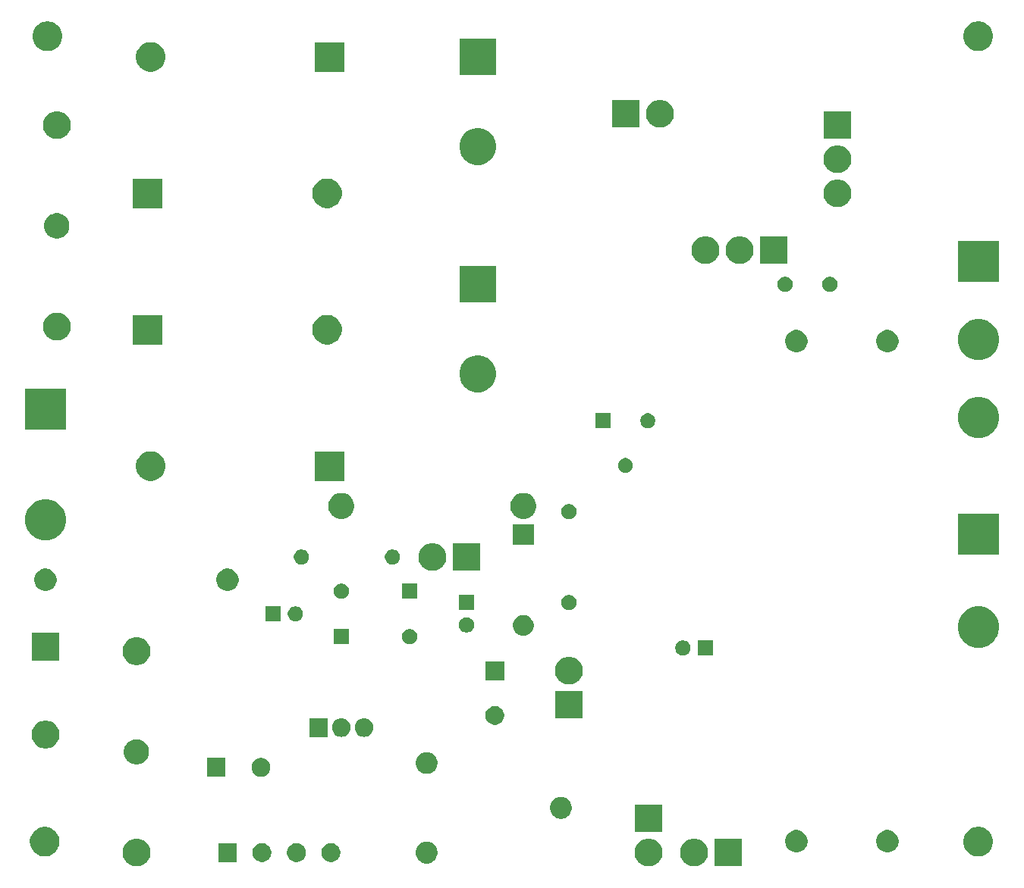
<source format=gbr>
G04 #@! TF.GenerationSoftware,KiCad,Pcbnew,(5.1.5)-3*
G04 #@! TF.CreationDate,2020-10-16T18:01:36+02:00*
G04 #@! TF.ProjectId,Laboratorn_ zdroj,4c61626f-7261-4746-9f72-6eed207a6472,rev?*
G04 #@! TF.SameCoordinates,Original*
G04 #@! TF.FileFunction,Soldermask,Bot*
G04 #@! TF.FilePolarity,Negative*
%FSLAX46Y46*%
G04 Gerber Fmt 4.6, Leading zero omitted, Abs format (unit mm)*
G04 Created by KiCad (PCBNEW (5.1.5)-3) date 2020-10-16 18:01:36*
%MOMM*%
%LPD*%
G04 APERTURE LIST*
%ADD10C,0.100000*%
G04 APERTURE END LIST*
D10*
G36*
X99362585Y-138178802D02*
G01*
X99512410Y-138208604D01*
X99794674Y-138325521D01*
X100048705Y-138495259D01*
X100264741Y-138711295D01*
X100434479Y-138965326D01*
X100551396Y-139247590D01*
X100611000Y-139547240D01*
X100611000Y-139852760D01*
X100551396Y-140152410D01*
X100434479Y-140434674D01*
X100264741Y-140688705D01*
X100048705Y-140904741D01*
X99794674Y-141074479D01*
X99512410Y-141191396D01*
X99362585Y-141221198D01*
X99212761Y-141251000D01*
X98907239Y-141251000D01*
X98757415Y-141221198D01*
X98607590Y-141191396D01*
X98325326Y-141074479D01*
X98071295Y-140904741D01*
X97855259Y-140688705D01*
X97685521Y-140434674D01*
X97568604Y-140152410D01*
X97509000Y-139852760D01*
X97509000Y-139547240D01*
X97568604Y-139247590D01*
X97685521Y-138965326D01*
X97855259Y-138711295D01*
X98071295Y-138495259D01*
X98325326Y-138325521D01*
X98607590Y-138208604D01*
X98757415Y-138178802D01*
X98907239Y-138149000D01*
X99212761Y-138149000D01*
X99362585Y-138178802D01*
G37*
G36*
X166650870Y-141250870D02*
G01*
X163549130Y-141250870D01*
X163549130Y-138149130D01*
X166650870Y-138149130D01*
X166650870Y-141250870D01*
G37*
G36*
X161642497Y-138188863D02*
G01*
X161742372Y-138208729D01*
X161859279Y-138257154D01*
X162024611Y-138325636D01*
X162278621Y-138495360D01*
X162494640Y-138711379D01*
X162664364Y-138965389D01*
X162729085Y-139121640D01*
X162781256Y-139247591D01*
X162781271Y-139247629D01*
X162840870Y-139547251D01*
X162840870Y-139852749D01*
X162822898Y-139943098D01*
X162781271Y-140152372D01*
X162732846Y-140269279D01*
X162664364Y-140434611D01*
X162494640Y-140688621D01*
X162278621Y-140904640D01*
X162024611Y-141074364D01*
X161859279Y-141142846D01*
X161742372Y-141191271D01*
X161642497Y-141211137D01*
X161442749Y-141250870D01*
X161137251Y-141250870D01*
X160937503Y-141211137D01*
X160837628Y-141191271D01*
X160720721Y-141142846D01*
X160555389Y-141074364D01*
X160301379Y-140904640D01*
X160085360Y-140688621D01*
X159915636Y-140434611D01*
X159847154Y-140269279D01*
X159798729Y-140152372D01*
X159757102Y-139943098D01*
X159739130Y-139852749D01*
X159739130Y-139547251D01*
X159798729Y-139247629D01*
X159798745Y-139247591D01*
X159850915Y-139121640D01*
X159915636Y-138965389D01*
X160085360Y-138711379D01*
X160301379Y-138495360D01*
X160555389Y-138325636D01*
X160720721Y-138257154D01*
X160837628Y-138208729D01*
X160937503Y-138188863D01*
X161137251Y-138149130D01*
X161442749Y-138149130D01*
X161642497Y-138188863D01*
G37*
G36*
X156562497Y-138188863D02*
G01*
X156662372Y-138208729D01*
X156779279Y-138257154D01*
X156944611Y-138325636D01*
X157198621Y-138495360D01*
X157414640Y-138711379D01*
X157584364Y-138965389D01*
X157649085Y-139121640D01*
X157701256Y-139247591D01*
X157701271Y-139247629D01*
X157760870Y-139547251D01*
X157760870Y-139852749D01*
X157742898Y-139943098D01*
X157701271Y-140152372D01*
X157652846Y-140269279D01*
X157584364Y-140434611D01*
X157414640Y-140688621D01*
X157198621Y-140904640D01*
X156944611Y-141074364D01*
X156779279Y-141142846D01*
X156662372Y-141191271D01*
X156562497Y-141211137D01*
X156362749Y-141250870D01*
X156057251Y-141250870D01*
X155857503Y-141211137D01*
X155757628Y-141191271D01*
X155640721Y-141142846D01*
X155475389Y-141074364D01*
X155221379Y-140904640D01*
X155005360Y-140688621D01*
X154835636Y-140434611D01*
X154767154Y-140269279D01*
X154718729Y-140152372D01*
X154677102Y-139943098D01*
X154659130Y-139852749D01*
X154659130Y-139547251D01*
X154718729Y-139247629D01*
X154718745Y-139247591D01*
X154770915Y-139121640D01*
X154835636Y-138965389D01*
X155005360Y-138711379D01*
X155221379Y-138495360D01*
X155475389Y-138325636D01*
X155640721Y-138257154D01*
X155757628Y-138208729D01*
X155857503Y-138188863D01*
X156057251Y-138149130D01*
X156362749Y-138149130D01*
X156562497Y-138188863D01*
G37*
G36*
X131647506Y-138495360D02*
G01*
X131801153Y-138525922D01*
X131867041Y-138553214D01*
X132023359Y-138617963D01*
X132223342Y-138751587D01*
X132393413Y-138921658D01*
X132527037Y-139121641D01*
X132560391Y-139202165D01*
X132619078Y-139343847D01*
X132666000Y-139579742D01*
X132666000Y-139820258D01*
X132628942Y-140006565D01*
X132619078Y-140056152D01*
X132527037Y-140278359D01*
X132393413Y-140478342D01*
X132223342Y-140648413D01*
X132023359Y-140782037D01*
X131893194Y-140835953D01*
X131801153Y-140874078D01*
X131565259Y-140921000D01*
X131324741Y-140921000D01*
X131088847Y-140874078D01*
X130996806Y-140835953D01*
X130866641Y-140782037D01*
X130666658Y-140648413D01*
X130496587Y-140478342D01*
X130362963Y-140278359D01*
X130270922Y-140056152D01*
X130261059Y-140006565D01*
X130224000Y-139820258D01*
X130224000Y-139579742D01*
X130270922Y-139343847D01*
X130329609Y-139202165D01*
X130362963Y-139121641D01*
X130496587Y-138921658D01*
X130666658Y-138751587D01*
X130866641Y-138617963D01*
X131022959Y-138553214D01*
X131088847Y-138525922D01*
X131242494Y-138495360D01*
X131324741Y-138479000D01*
X131565259Y-138479000D01*
X131647506Y-138495360D01*
G37*
G36*
X117226564Y-138689389D02*
G01*
X117417833Y-138768615D01*
X117417835Y-138768616D01*
X117589973Y-138883635D01*
X117736365Y-139030027D01*
X117797580Y-139121641D01*
X117851385Y-139202167D01*
X117930611Y-139393436D01*
X117971000Y-139596484D01*
X117971000Y-139803516D01*
X117930611Y-140006564D01*
X117870200Y-140152409D01*
X117851384Y-140197835D01*
X117736365Y-140369973D01*
X117589973Y-140516365D01*
X117417835Y-140631384D01*
X117417834Y-140631385D01*
X117417833Y-140631385D01*
X117226564Y-140710611D01*
X117023516Y-140751000D01*
X116816484Y-140751000D01*
X116613436Y-140710611D01*
X116422167Y-140631385D01*
X116422166Y-140631385D01*
X116422165Y-140631384D01*
X116250027Y-140516365D01*
X116103635Y-140369973D01*
X115988616Y-140197835D01*
X115969800Y-140152409D01*
X115909389Y-140006564D01*
X115869000Y-139803516D01*
X115869000Y-139596484D01*
X115909389Y-139393436D01*
X115988615Y-139202167D01*
X116042421Y-139121641D01*
X116103635Y-139030027D01*
X116250027Y-138883635D01*
X116422165Y-138768616D01*
X116422167Y-138768615D01*
X116613436Y-138689389D01*
X116816484Y-138649000D01*
X117023516Y-138649000D01*
X117226564Y-138689389D01*
G37*
G36*
X113376564Y-138689389D02*
G01*
X113567833Y-138768615D01*
X113567835Y-138768616D01*
X113739973Y-138883635D01*
X113886365Y-139030027D01*
X113947580Y-139121641D01*
X114001385Y-139202167D01*
X114080611Y-139393436D01*
X114121000Y-139596484D01*
X114121000Y-139803516D01*
X114080611Y-140006564D01*
X114020200Y-140152409D01*
X114001384Y-140197835D01*
X113886365Y-140369973D01*
X113739973Y-140516365D01*
X113567835Y-140631384D01*
X113567834Y-140631385D01*
X113567833Y-140631385D01*
X113376564Y-140710611D01*
X113173516Y-140751000D01*
X112966484Y-140751000D01*
X112763436Y-140710611D01*
X112572167Y-140631385D01*
X112572166Y-140631385D01*
X112572165Y-140631384D01*
X112400027Y-140516365D01*
X112253635Y-140369973D01*
X112138616Y-140197835D01*
X112119800Y-140152409D01*
X112059389Y-140006564D01*
X112019000Y-139803516D01*
X112019000Y-139596484D01*
X112059389Y-139393436D01*
X112138615Y-139202167D01*
X112192421Y-139121641D01*
X112253635Y-139030027D01*
X112400027Y-138883635D01*
X112572165Y-138768616D01*
X112572167Y-138768615D01*
X112763436Y-138689389D01*
X112966484Y-138649000D01*
X113173516Y-138649000D01*
X113376564Y-138689389D01*
G37*
G36*
X110271000Y-140751000D02*
G01*
X108169000Y-140751000D01*
X108169000Y-138649000D01*
X110271000Y-138649000D01*
X110271000Y-140751000D01*
G37*
G36*
X121076564Y-138689389D02*
G01*
X121267833Y-138768615D01*
X121267835Y-138768616D01*
X121439973Y-138883635D01*
X121586365Y-139030027D01*
X121647580Y-139121641D01*
X121701385Y-139202167D01*
X121780611Y-139393436D01*
X121821000Y-139596484D01*
X121821000Y-139803516D01*
X121780611Y-140006564D01*
X121720200Y-140152409D01*
X121701384Y-140197835D01*
X121586365Y-140369973D01*
X121439973Y-140516365D01*
X121267835Y-140631384D01*
X121267834Y-140631385D01*
X121267833Y-140631385D01*
X121076564Y-140710611D01*
X120873516Y-140751000D01*
X120666484Y-140751000D01*
X120463436Y-140710611D01*
X120272167Y-140631385D01*
X120272166Y-140631385D01*
X120272165Y-140631384D01*
X120100027Y-140516365D01*
X119953635Y-140369973D01*
X119838616Y-140197835D01*
X119819800Y-140152409D01*
X119759389Y-140006564D01*
X119719000Y-139803516D01*
X119719000Y-139596484D01*
X119759389Y-139393436D01*
X119838615Y-139202167D01*
X119892421Y-139121641D01*
X119953635Y-139030027D01*
X120100027Y-138883635D01*
X120272165Y-138768616D01*
X120272167Y-138768615D01*
X120463436Y-138689389D01*
X120666484Y-138649000D01*
X120873516Y-138649000D01*
X121076564Y-138689389D01*
G37*
G36*
X193395256Y-136871298D02*
G01*
X193501579Y-136892447D01*
X193802042Y-137016903D01*
X194072451Y-137197585D01*
X194302415Y-137427549D01*
X194322952Y-137458285D01*
X194483098Y-137697960D01*
X194607553Y-137998422D01*
X194671000Y-138317389D01*
X194671000Y-138642611D01*
X194657321Y-138711378D01*
X194607553Y-138961579D01*
X194582290Y-139022569D01*
X194489068Y-139247628D01*
X194483097Y-139262042D01*
X194302415Y-139532451D01*
X194072451Y-139762415D01*
X193802042Y-139943097D01*
X193501579Y-140067553D01*
X193395256Y-140088702D01*
X193182611Y-140131000D01*
X192857389Y-140131000D01*
X192644744Y-140088702D01*
X192538421Y-140067553D01*
X192237958Y-139943097D01*
X191967549Y-139762415D01*
X191737585Y-139532451D01*
X191556903Y-139262042D01*
X191550933Y-139247628D01*
X191457710Y-139022569D01*
X191432447Y-138961579D01*
X191382679Y-138711378D01*
X191369000Y-138642611D01*
X191369000Y-138317389D01*
X191432447Y-137998422D01*
X191556902Y-137697960D01*
X191717048Y-137458285D01*
X191737585Y-137427549D01*
X191967549Y-137197585D01*
X192237958Y-137016903D01*
X192538421Y-136892447D01*
X192644744Y-136871298D01*
X192857389Y-136829000D01*
X193182611Y-136829000D01*
X193395256Y-136871298D01*
G37*
G36*
X89195256Y-136871298D02*
G01*
X89301579Y-136892447D01*
X89602042Y-137016903D01*
X89872451Y-137197585D01*
X90102415Y-137427549D01*
X90122952Y-137458285D01*
X90283098Y-137697960D01*
X90407553Y-137998422D01*
X90471000Y-138317389D01*
X90471000Y-138642611D01*
X90457321Y-138711378D01*
X90407553Y-138961579D01*
X90382290Y-139022569D01*
X90289068Y-139247628D01*
X90283097Y-139262042D01*
X90102415Y-139532451D01*
X89872451Y-139762415D01*
X89602042Y-139943097D01*
X89301579Y-140067553D01*
X89195256Y-140088702D01*
X88982611Y-140131000D01*
X88657389Y-140131000D01*
X88444744Y-140088702D01*
X88338421Y-140067553D01*
X88037958Y-139943097D01*
X87767549Y-139762415D01*
X87537585Y-139532451D01*
X87356903Y-139262042D01*
X87350933Y-139247628D01*
X87257710Y-139022569D01*
X87232447Y-138961579D01*
X87182679Y-138711378D01*
X87169000Y-138642611D01*
X87169000Y-138317389D01*
X87232447Y-137998422D01*
X87356902Y-137697960D01*
X87517048Y-137458285D01*
X87537585Y-137427549D01*
X87767549Y-137197585D01*
X88037958Y-137016903D01*
X88338421Y-136892447D01*
X88444744Y-136871298D01*
X88657389Y-136829000D01*
X88982611Y-136829000D01*
X89195256Y-136871298D01*
G37*
G36*
X183244903Y-137227075D02*
G01*
X183472571Y-137321378D01*
X183677466Y-137458285D01*
X183851715Y-137632534D01*
X183851716Y-137632536D01*
X183988623Y-137837431D01*
X184082925Y-138065097D01*
X184131000Y-138306786D01*
X184131000Y-138553214D01*
X184082925Y-138794903D01*
X184030422Y-138921658D01*
X183988622Y-139022571D01*
X183851715Y-139227466D01*
X183677466Y-139401715D01*
X183472571Y-139538622D01*
X183472570Y-139538623D01*
X183472569Y-139538623D01*
X183244903Y-139632925D01*
X183003214Y-139681000D01*
X182756786Y-139681000D01*
X182515097Y-139632925D01*
X182287431Y-139538623D01*
X182287430Y-139538623D01*
X182287429Y-139538622D01*
X182082534Y-139401715D01*
X181908285Y-139227466D01*
X181771378Y-139022571D01*
X181729579Y-138921658D01*
X181677075Y-138794903D01*
X181629000Y-138553214D01*
X181629000Y-138306786D01*
X181677075Y-138065097D01*
X181771377Y-137837431D01*
X181908284Y-137632536D01*
X181908285Y-137632534D01*
X182082534Y-137458285D01*
X182287429Y-137321378D01*
X182515097Y-137227075D01*
X182756786Y-137179000D01*
X183003214Y-137179000D01*
X183244903Y-137227075D01*
G37*
G36*
X173084903Y-137227075D02*
G01*
X173312571Y-137321378D01*
X173517466Y-137458285D01*
X173691715Y-137632534D01*
X173691716Y-137632536D01*
X173828623Y-137837431D01*
X173922925Y-138065097D01*
X173971000Y-138306786D01*
X173971000Y-138553214D01*
X173922925Y-138794903D01*
X173870422Y-138921658D01*
X173828622Y-139022571D01*
X173691715Y-139227466D01*
X173517466Y-139401715D01*
X173312571Y-139538622D01*
X173312570Y-139538623D01*
X173312569Y-139538623D01*
X173084903Y-139632925D01*
X172843214Y-139681000D01*
X172596786Y-139681000D01*
X172355097Y-139632925D01*
X172127431Y-139538623D01*
X172127430Y-139538623D01*
X172127429Y-139538622D01*
X171922534Y-139401715D01*
X171748285Y-139227466D01*
X171611378Y-139022571D01*
X171569579Y-138921658D01*
X171517075Y-138794903D01*
X171469000Y-138553214D01*
X171469000Y-138306786D01*
X171517075Y-138065097D01*
X171611377Y-137837431D01*
X171748284Y-137632536D01*
X171748285Y-137632534D01*
X171922534Y-137458285D01*
X172127429Y-137321378D01*
X172355097Y-137227075D01*
X172596786Y-137179000D01*
X172843214Y-137179000D01*
X173084903Y-137227075D01*
G37*
G36*
X157760870Y-137440870D02*
G01*
X154659130Y-137440870D01*
X154659130Y-134339130D01*
X157760870Y-134339130D01*
X157760870Y-137440870D01*
G37*
G36*
X146801153Y-133525922D02*
G01*
X146893194Y-133564047D01*
X147023359Y-133617963D01*
X147223342Y-133751587D01*
X147393413Y-133921658D01*
X147527037Y-134121641D01*
X147619078Y-134343848D01*
X147666000Y-134579741D01*
X147666000Y-134820259D01*
X147619078Y-135056152D01*
X147527037Y-135278359D01*
X147393413Y-135478342D01*
X147223342Y-135648413D01*
X147023359Y-135782037D01*
X146893194Y-135835953D01*
X146801153Y-135874078D01*
X146683205Y-135897539D01*
X146565259Y-135921000D01*
X146324741Y-135921000D01*
X146206795Y-135897539D01*
X146088847Y-135874078D01*
X145996806Y-135835953D01*
X145866641Y-135782037D01*
X145666658Y-135648413D01*
X145496587Y-135478342D01*
X145362963Y-135278359D01*
X145270922Y-135056152D01*
X145224000Y-134820259D01*
X145224000Y-134579741D01*
X145270922Y-134343848D01*
X145362963Y-134121641D01*
X145496587Y-133921658D01*
X145666658Y-133751587D01*
X145866641Y-133617963D01*
X145996806Y-133564047D01*
X146088847Y-133525922D01*
X146324741Y-133479000D01*
X146565259Y-133479000D01*
X146801153Y-133525922D01*
G37*
G36*
X109001000Y-131226000D02*
G01*
X106899000Y-131226000D01*
X106899000Y-129124000D01*
X109001000Y-129124000D01*
X109001000Y-131226000D01*
G37*
G36*
X113256564Y-129164389D02*
G01*
X113447833Y-129243615D01*
X113447835Y-129243616D01*
X113596701Y-129343085D01*
X113619973Y-129358635D01*
X113766365Y-129505027D01*
X113881385Y-129677167D01*
X113960611Y-129868436D01*
X114001000Y-130071484D01*
X114001000Y-130278516D01*
X113960611Y-130481564D01*
X113891500Y-130648413D01*
X113881384Y-130672835D01*
X113766365Y-130844973D01*
X113619973Y-130991365D01*
X113447835Y-131106384D01*
X113447834Y-131106385D01*
X113447833Y-131106385D01*
X113256564Y-131185611D01*
X113053516Y-131226000D01*
X112846484Y-131226000D01*
X112643436Y-131185611D01*
X112452167Y-131106385D01*
X112452166Y-131106385D01*
X112452165Y-131106384D01*
X112280027Y-130991365D01*
X112133635Y-130844973D01*
X112018616Y-130672835D01*
X112008500Y-130648413D01*
X111939389Y-130481564D01*
X111899000Y-130278516D01*
X111899000Y-130071484D01*
X111939389Y-129868436D01*
X112018615Y-129677167D01*
X112133635Y-129505027D01*
X112280027Y-129358635D01*
X112303299Y-129343085D01*
X112452165Y-129243616D01*
X112452167Y-129243615D01*
X112643436Y-129164389D01*
X112846484Y-129124000D01*
X113053516Y-129124000D01*
X113256564Y-129164389D01*
G37*
G36*
X131683205Y-128502461D02*
G01*
X131801153Y-128525922D01*
X131893194Y-128564047D01*
X132023359Y-128617963D01*
X132223342Y-128751587D01*
X132393413Y-128921658D01*
X132527037Y-129121641D01*
X132544744Y-129164390D01*
X132618763Y-129343086D01*
X132619078Y-129343848D01*
X132657743Y-129538228D01*
X132666000Y-129579742D01*
X132666000Y-129820258D01*
X132619078Y-130056153D01*
X132580953Y-130148194D01*
X132527037Y-130278359D01*
X132393413Y-130478342D01*
X132223342Y-130648413D01*
X132023359Y-130782037D01*
X131893194Y-130835953D01*
X131801153Y-130874078D01*
X131565259Y-130921000D01*
X131324741Y-130921000D01*
X131088847Y-130874078D01*
X130996806Y-130835953D01*
X130866641Y-130782037D01*
X130666658Y-130648413D01*
X130496587Y-130478342D01*
X130362963Y-130278359D01*
X130309047Y-130148194D01*
X130270922Y-130056153D01*
X130224000Y-129820258D01*
X130224000Y-129579742D01*
X130232258Y-129538228D01*
X130270922Y-129343848D01*
X130271238Y-129343086D01*
X130345256Y-129164390D01*
X130362963Y-129121641D01*
X130496587Y-128921658D01*
X130666658Y-128751587D01*
X130866641Y-128617963D01*
X130996806Y-128564047D01*
X131088847Y-128525922D01*
X131206795Y-128502461D01*
X131324741Y-128479000D01*
X131565259Y-128479000D01*
X131683205Y-128502461D01*
G37*
G36*
X99378433Y-127084893D02*
G01*
X99468657Y-127102839D01*
X99574267Y-127146585D01*
X99723621Y-127208449D01*
X99723622Y-127208450D01*
X99953086Y-127361772D01*
X100148228Y-127556914D01*
X100250675Y-127710237D01*
X100301551Y-127786379D01*
X100407161Y-128041344D01*
X100461000Y-128312012D01*
X100461000Y-128587988D01*
X100407161Y-128858656D01*
X100301551Y-129113621D01*
X100301550Y-129113622D01*
X100148228Y-129343086D01*
X99953086Y-129538228D01*
X99799763Y-129640675D01*
X99723621Y-129691551D01*
X99574267Y-129753415D01*
X99468657Y-129797161D01*
X99378433Y-129815107D01*
X99197988Y-129851000D01*
X98922012Y-129851000D01*
X98741567Y-129815107D01*
X98651343Y-129797161D01*
X98545733Y-129753415D01*
X98396379Y-129691551D01*
X98320237Y-129640675D01*
X98166914Y-129538228D01*
X97971772Y-129343086D01*
X97818450Y-129113622D01*
X97818449Y-129113621D01*
X97712839Y-128858656D01*
X97659000Y-128587988D01*
X97659000Y-128312012D01*
X97712839Y-128041344D01*
X97818449Y-127786379D01*
X97869325Y-127710237D01*
X97971772Y-127556914D01*
X98166914Y-127361772D01*
X98396378Y-127208450D01*
X98396379Y-127208449D01*
X98545733Y-127146585D01*
X98651343Y-127102839D01*
X98741567Y-127084893D01*
X98922012Y-127049000D01*
X99197988Y-127049000D01*
X99378433Y-127084893D01*
G37*
G36*
X89252497Y-125006863D02*
G01*
X89352372Y-125026729D01*
X89469279Y-125075154D01*
X89634611Y-125143636D01*
X89888621Y-125313360D01*
X90104640Y-125529379D01*
X90274364Y-125783389D01*
X90391271Y-126065629D01*
X90450870Y-126365251D01*
X90450870Y-126670749D01*
X90391271Y-126970371D01*
X90274364Y-127252611D01*
X90104640Y-127506621D01*
X89888621Y-127722640D01*
X89634611Y-127892364D01*
X89469279Y-127960846D01*
X89352372Y-128009271D01*
X89252497Y-128029137D01*
X89052749Y-128068870D01*
X88747251Y-128068870D01*
X88547503Y-128029137D01*
X88447628Y-128009271D01*
X88330721Y-127960846D01*
X88165389Y-127892364D01*
X87911379Y-127722640D01*
X87695360Y-127506621D01*
X87525636Y-127252611D01*
X87408729Y-126970371D01*
X87349130Y-126670749D01*
X87349130Y-126365251D01*
X87408729Y-126065629D01*
X87525636Y-125783389D01*
X87695360Y-125529379D01*
X87911379Y-125313360D01*
X88165389Y-125143636D01*
X88330721Y-125075154D01*
X88447628Y-125026729D01*
X88547503Y-125006863D01*
X88747251Y-124967130D01*
X89052749Y-124967130D01*
X89252497Y-125006863D01*
G37*
G36*
X124656719Y-124693520D02*
G01*
X124845880Y-124750901D01*
X124845883Y-124750902D01*
X124938333Y-124800318D01*
X125020212Y-124844083D01*
X125173015Y-124969485D01*
X125298417Y-125122288D01*
X125391599Y-125296619D01*
X125448980Y-125485780D01*
X125463500Y-125633206D01*
X125463500Y-125826793D01*
X125448980Y-125974219D01*
X125421251Y-126065629D01*
X125391598Y-126163383D01*
X125342182Y-126255833D01*
X125298417Y-126337712D01*
X125173015Y-126490515D01*
X125020212Y-126615917D01*
X124845881Y-126709099D01*
X124656720Y-126766480D01*
X124460000Y-126785855D01*
X124263281Y-126766480D01*
X124074120Y-126709099D01*
X123899788Y-126615917D01*
X123746985Y-126490515D01*
X123621583Y-126337712D01*
X123528401Y-126163381D01*
X123471020Y-125974220D01*
X123456500Y-125826794D01*
X123456500Y-125633207D01*
X123471020Y-125485781D01*
X123528401Y-125296620D01*
X123528402Y-125296617D01*
X123610172Y-125143637D01*
X123621583Y-125122288D01*
X123746985Y-124969485D01*
X123899788Y-124844083D01*
X124074119Y-124750901D01*
X124263280Y-124693520D01*
X124460000Y-124674145D01*
X124656719Y-124693520D01*
G37*
G36*
X122116719Y-124693520D02*
G01*
X122305880Y-124750901D01*
X122305883Y-124750902D01*
X122398333Y-124800318D01*
X122480212Y-124844083D01*
X122633015Y-124969485D01*
X122758417Y-125122288D01*
X122851599Y-125296619D01*
X122908980Y-125485780D01*
X122923500Y-125633206D01*
X122923500Y-125826793D01*
X122908980Y-125974219D01*
X122881251Y-126065629D01*
X122851598Y-126163383D01*
X122802182Y-126255833D01*
X122758417Y-126337712D01*
X122633015Y-126490515D01*
X122480212Y-126615917D01*
X122305881Y-126709099D01*
X122116720Y-126766480D01*
X121920000Y-126785855D01*
X121723281Y-126766480D01*
X121534120Y-126709099D01*
X121359788Y-126615917D01*
X121206985Y-126490515D01*
X121081583Y-126337712D01*
X120988401Y-126163381D01*
X120931020Y-125974220D01*
X120916500Y-125826794D01*
X120916500Y-125633207D01*
X120931020Y-125485781D01*
X120988401Y-125296620D01*
X120988402Y-125296617D01*
X121070172Y-125143637D01*
X121081583Y-125122288D01*
X121206985Y-124969485D01*
X121359788Y-124844083D01*
X121534119Y-124750901D01*
X121723280Y-124693520D01*
X121920000Y-124674145D01*
X122116719Y-124693520D01*
G37*
G36*
X120383500Y-126781000D02*
G01*
X118376500Y-126781000D01*
X118376500Y-124679000D01*
X120383500Y-124679000D01*
X120383500Y-126781000D01*
G37*
G36*
X139371564Y-123369389D02*
G01*
X139562833Y-123448615D01*
X139562835Y-123448616D01*
X139734973Y-123563635D01*
X139881365Y-123710027D01*
X139996385Y-123882167D01*
X140075611Y-124073436D01*
X140116000Y-124276484D01*
X140116000Y-124483516D01*
X140075611Y-124686564D01*
X139996385Y-124877833D01*
X139996384Y-124877835D01*
X139881365Y-125049973D01*
X139734973Y-125196365D01*
X139562835Y-125311384D01*
X139562834Y-125311385D01*
X139562833Y-125311385D01*
X139371564Y-125390611D01*
X139168516Y-125431000D01*
X138961484Y-125431000D01*
X138758436Y-125390611D01*
X138567167Y-125311385D01*
X138567166Y-125311385D01*
X138567165Y-125311384D01*
X138395027Y-125196365D01*
X138248635Y-125049973D01*
X138133616Y-124877835D01*
X138133615Y-124877833D01*
X138054389Y-124686564D01*
X138014000Y-124483516D01*
X138014000Y-124276484D01*
X138054389Y-124073436D01*
X138133615Y-123882167D01*
X138248635Y-123710027D01*
X138395027Y-123563635D01*
X138567165Y-123448616D01*
X138567167Y-123448615D01*
X138758436Y-123369389D01*
X138961484Y-123329000D01*
X139168516Y-123329000D01*
X139371564Y-123369389D01*
G37*
G36*
X148870870Y-124740870D02*
G01*
X145769130Y-124740870D01*
X145769130Y-121639130D01*
X148870870Y-121639130D01*
X148870870Y-124740870D01*
G37*
G36*
X147672497Y-117868863D02*
G01*
X147772372Y-117888729D01*
X147883288Y-117934672D01*
X148054611Y-118005636D01*
X148308621Y-118175360D01*
X148524640Y-118391379D01*
X148694364Y-118645389D01*
X148811271Y-118927629D01*
X148870870Y-119227251D01*
X148870870Y-119532749D01*
X148811271Y-119832371D01*
X148694364Y-120114611D01*
X148524640Y-120368621D01*
X148308621Y-120584640D01*
X148054611Y-120754364D01*
X147889279Y-120822846D01*
X147772372Y-120871271D01*
X147672497Y-120891137D01*
X147472749Y-120930870D01*
X147167251Y-120930870D01*
X146967503Y-120891137D01*
X146867628Y-120871271D01*
X146750721Y-120822846D01*
X146585389Y-120754364D01*
X146331379Y-120584640D01*
X146115360Y-120368621D01*
X145945636Y-120114611D01*
X145828729Y-119832371D01*
X145769130Y-119532749D01*
X145769130Y-119227251D01*
X145828729Y-118927629D01*
X145945636Y-118645389D01*
X146115360Y-118391379D01*
X146331379Y-118175360D01*
X146585389Y-118005636D01*
X146756712Y-117934672D01*
X146867628Y-117888729D01*
X146967503Y-117868863D01*
X147167251Y-117829130D01*
X147472749Y-117829130D01*
X147672497Y-117868863D01*
G37*
G36*
X140116000Y-120431000D02*
G01*
X138014000Y-120431000D01*
X138014000Y-118329000D01*
X140116000Y-118329000D01*
X140116000Y-120431000D01*
G37*
G36*
X99362585Y-115678802D02*
G01*
X99512410Y-115708604D01*
X99794674Y-115825521D01*
X100048705Y-115995259D01*
X100264741Y-116211295D01*
X100434479Y-116465326D01*
X100551396Y-116747590D01*
X100560118Y-116791440D01*
X100586450Y-116923816D01*
X100611000Y-117047240D01*
X100611000Y-117352760D01*
X100551396Y-117652410D01*
X100434479Y-117934674D01*
X100264741Y-118188705D01*
X100048705Y-118404741D01*
X99794674Y-118574479D01*
X99512410Y-118691396D01*
X99362585Y-118721198D01*
X99212761Y-118751000D01*
X98907239Y-118751000D01*
X98757415Y-118721198D01*
X98607590Y-118691396D01*
X98325326Y-118574479D01*
X98071295Y-118404741D01*
X97855259Y-118188705D01*
X97685521Y-117934674D01*
X97568604Y-117652410D01*
X97509000Y-117352760D01*
X97509000Y-117047240D01*
X97533551Y-116923816D01*
X97559882Y-116791440D01*
X97568604Y-116747590D01*
X97685521Y-116465326D01*
X97855259Y-116211295D01*
X98071295Y-115995259D01*
X98325326Y-115825521D01*
X98607590Y-115708604D01*
X98757415Y-115678802D01*
X98907239Y-115649000D01*
X99212761Y-115649000D01*
X99362585Y-115678802D01*
G37*
G36*
X90450870Y-118258870D02*
G01*
X87349130Y-118258870D01*
X87349130Y-115157130D01*
X90450870Y-115157130D01*
X90450870Y-118258870D01*
G37*
G36*
X163411000Y-117691000D02*
G01*
X161709000Y-117691000D01*
X161709000Y-115989000D01*
X163411000Y-115989000D01*
X163411000Y-117691000D01*
G37*
G36*
X160308228Y-116021703D02*
G01*
X160463100Y-116085853D01*
X160602481Y-116178985D01*
X160721015Y-116297519D01*
X160814147Y-116436900D01*
X160878297Y-116591772D01*
X160911000Y-116756184D01*
X160911000Y-116923816D01*
X160878297Y-117088228D01*
X160814147Y-117243100D01*
X160721015Y-117382481D01*
X160602481Y-117501015D01*
X160463100Y-117594147D01*
X160308228Y-117658297D01*
X160143816Y-117691000D01*
X159976184Y-117691000D01*
X159811772Y-117658297D01*
X159656900Y-117594147D01*
X159517519Y-117501015D01*
X159398985Y-117382481D01*
X159305853Y-117243100D01*
X159241703Y-117088228D01*
X159209000Y-116923816D01*
X159209000Y-116756184D01*
X159241703Y-116591772D01*
X159305853Y-116436900D01*
X159398985Y-116297519D01*
X159517519Y-116178985D01*
X159656900Y-116085853D01*
X159811772Y-116021703D01*
X159976184Y-115989000D01*
X160143816Y-115989000D01*
X160308228Y-116021703D01*
G37*
G36*
X193711304Y-112277002D02*
G01*
X194058982Y-112421015D01*
X194130141Y-112450490D01*
X194185560Y-112487520D01*
X194507082Y-112702354D01*
X194827646Y-113022918D01*
X195079511Y-113399861D01*
X195252998Y-113818696D01*
X195341440Y-114263327D01*
X195341440Y-114716673D01*
X195252998Y-115161304D01*
X195133002Y-115451000D01*
X195079510Y-115580141D01*
X195030282Y-115653816D01*
X194827646Y-115957082D01*
X194507082Y-116277646D01*
X194341484Y-116388295D01*
X194130141Y-116529510D01*
X194130140Y-116529511D01*
X194130139Y-116529511D01*
X193711304Y-116702998D01*
X193266673Y-116791440D01*
X192813327Y-116791440D01*
X192368696Y-116702998D01*
X191949861Y-116529511D01*
X191949860Y-116529511D01*
X191949859Y-116529510D01*
X191738516Y-116388295D01*
X191572918Y-116277646D01*
X191252354Y-115957082D01*
X191049718Y-115653816D01*
X191000490Y-115580141D01*
X190946998Y-115451000D01*
X190827002Y-115161304D01*
X190738560Y-114716673D01*
X190738560Y-114263327D01*
X190827002Y-113818696D01*
X191000489Y-113399861D01*
X191252354Y-113022918D01*
X191572918Y-112702354D01*
X191894440Y-112487520D01*
X191949859Y-112450490D01*
X192021018Y-112421015D01*
X192368696Y-112277002D01*
X192813327Y-112188560D01*
X193266673Y-112188560D01*
X193711304Y-112277002D01*
G37*
G36*
X122771000Y-116421000D02*
G01*
X121069000Y-116421000D01*
X121069000Y-114719000D01*
X122771000Y-114719000D01*
X122771000Y-116421000D01*
G37*
G36*
X129788228Y-114751703D02*
G01*
X129943100Y-114815853D01*
X130082481Y-114908985D01*
X130201015Y-115027519D01*
X130294147Y-115166900D01*
X130358297Y-115321772D01*
X130391000Y-115486184D01*
X130391000Y-115653816D01*
X130358297Y-115818228D01*
X130294147Y-115973100D01*
X130201015Y-116112481D01*
X130082481Y-116231015D01*
X129943100Y-116324147D01*
X129788228Y-116388297D01*
X129623816Y-116421000D01*
X129456184Y-116421000D01*
X129291772Y-116388297D01*
X129136900Y-116324147D01*
X128997519Y-116231015D01*
X128878985Y-116112481D01*
X128785853Y-115973100D01*
X128721703Y-115818228D01*
X128689000Y-115653816D01*
X128689000Y-115486184D01*
X128721703Y-115321772D01*
X128785853Y-115166900D01*
X128878985Y-115027519D01*
X128997519Y-114908985D01*
X129136900Y-114815853D01*
X129291772Y-114751703D01*
X129456184Y-114719000D01*
X129623816Y-114719000D01*
X129788228Y-114751703D01*
G37*
G36*
X142464549Y-113171116D02*
G01*
X142575734Y-113193232D01*
X142723850Y-113254584D01*
X142780933Y-113278228D01*
X142785203Y-113279997D01*
X142973720Y-113405960D01*
X143134040Y-113566280D01*
X143260003Y-113754797D01*
X143346768Y-113964266D01*
X143391000Y-114186636D01*
X143391000Y-114413364D01*
X143346768Y-114635734D01*
X143313242Y-114716672D01*
X143277700Y-114802480D01*
X143260003Y-114845203D01*
X143134040Y-115033720D01*
X142973720Y-115194040D01*
X142785203Y-115320003D01*
X142785202Y-115320004D01*
X142785201Y-115320004D01*
X142723850Y-115345416D01*
X142575734Y-115406768D01*
X142464549Y-115428884D01*
X142353365Y-115451000D01*
X142126635Y-115451000D01*
X142015451Y-115428884D01*
X141904266Y-115406768D01*
X141756150Y-115345416D01*
X141694799Y-115320004D01*
X141694798Y-115320004D01*
X141694797Y-115320003D01*
X141506280Y-115194040D01*
X141345960Y-115033720D01*
X141219997Y-114845203D01*
X141202301Y-114802480D01*
X141166758Y-114716672D01*
X141133232Y-114635734D01*
X141089000Y-114413364D01*
X141089000Y-114186636D01*
X141133232Y-113964266D01*
X141219997Y-113754797D01*
X141345960Y-113566280D01*
X141506280Y-113405960D01*
X141694797Y-113279997D01*
X141699068Y-113278228D01*
X141756150Y-113254584D01*
X141904266Y-113193232D01*
X142015451Y-113171116D01*
X142126635Y-113149000D01*
X142353365Y-113149000D01*
X142464549Y-113171116D01*
G37*
G36*
X136138228Y-113441703D02*
G01*
X136293100Y-113505853D01*
X136432481Y-113598985D01*
X136551015Y-113717519D01*
X136644147Y-113856900D01*
X136708297Y-114011772D01*
X136741000Y-114176184D01*
X136741000Y-114343816D01*
X136708297Y-114508228D01*
X136644147Y-114663100D01*
X136551015Y-114802481D01*
X136432481Y-114921015D01*
X136293100Y-115014147D01*
X136138228Y-115078297D01*
X135973816Y-115111000D01*
X135806184Y-115111000D01*
X135641772Y-115078297D01*
X135486900Y-115014147D01*
X135347519Y-114921015D01*
X135228985Y-114802481D01*
X135135853Y-114663100D01*
X135071703Y-114508228D01*
X135039000Y-114343816D01*
X135039000Y-114176184D01*
X135071703Y-114011772D01*
X135135853Y-113856900D01*
X135228985Y-113717519D01*
X135347519Y-113598985D01*
X135486900Y-113505853D01*
X135641772Y-113441703D01*
X135806184Y-113409000D01*
X135973816Y-113409000D01*
X136138228Y-113441703D01*
G37*
G36*
X115151000Y-113881000D02*
G01*
X113449000Y-113881000D01*
X113449000Y-112179000D01*
X115151000Y-112179000D01*
X115151000Y-113881000D01*
G37*
G36*
X117048228Y-112211703D02*
G01*
X117203100Y-112275853D01*
X117342481Y-112368985D01*
X117461015Y-112487519D01*
X117554147Y-112626900D01*
X117618297Y-112781772D01*
X117651000Y-112946184D01*
X117651000Y-113113816D01*
X117618297Y-113278228D01*
X117554147Y-113433100D01*
X117461015Y-113572481D01*
X117342481Y-113691015D01*
X117203100Y-113784147D01*
X117048228Y-113848297D01*
X116883816Y-113881000D01*
X116716184Y-113881000D01*
X116551772Y-113848297D01*
X116396900Y-113784147D01*
X116257519Y-113691015D01*
X116138985Y-113572481D01*
X116045853Y-113433100D01*
X115981703Y-113278228D01*
X115949000Y-113113816D01*
X115949000Y-112946184D01*
X115981703Y-112781772D01*
X116045853Y-112626900D01*
X116138985Y-112487519D01*
X116257519Y-112368985D01*
X116396900Y-112275853D01*
X116551772Y-112211703D01*
X116716184Y-112179000D01*
X116883816Y-112179000D01*
X117048228Y-112211703D01*
G37*
G36*
X136741000Y-112611000D02*
G01*
X135039000Y-112611000D01*
X135039000Y-110909000D01*
X136741000Y-110909000D01*
X136741000Y-112611000D01*
G37*
G36*
X147568228Y-110941703D02*
G01*
X147723100Y-111005853D01*
X147862481Y-111098985D01*
X147981015Y-111217519D01*
X148074147Y-111356900D01*
X148138297Y-111511772D01*
X148171000Y-111676184D01*
X148171000Y-111843816D01*
X148138297Y-112008228D01*
X148074147Y-112163100D01*
X147981015Y-112302481D01*
X147862481Y-112421015D01*
X147723100Y-112514147D01*
X147568228Y-112578297D01*
X147403816Y-112611000D01*
X147236184Y-112611000D01*
X147071772Y-112578297D01*
X146916900Y-112514147D01*
X146777519Y-112421015D01*
X146658985Y-112302481D01*
X146565853Y-112163100D01*
X146501703Y-112008228D01*
X146469000Y-111843816D01*
X146469000Y-111676184D01*
X146501703Y-111511772D01*
X146565853Y-111356900D01*
X146658985Y-111217519D01*
X146777519Y-111098985D01*
X146916900Y-111005853D01*
X147071772Y-110941703D01*
X147236184Y-110909000D01*
X147403816Y-110909000D01*
X147568228Y-110941703D01*
G37*
G36*
X122168228Y-109671703D02*
G01*
X122323100Y-109735853D01*
X122462481Y-109828985D01*
X122581015Y-109947519D01*
X122674147Y-110086900D01*
X122738297Y-110241772D01*
X122771000Y-110406184D01*
X122771000Y-110573816D01*
X122738297Y-110738228D01*
X122674147Y-110893100D01*
X122581015Y-111032481D01*
X122462481Y-111151015D01*
X122323100Y-111244147D01*
X122168228Y-111308297D01*
X122003816Y-111341000D01*
X121836184Y-111341000D01*
X121671772Y-111308297D01*
X121516900Y-111244147D01*
X121377519Y-111151015D01*
X121258985Y-111032481D01*
X121165853Y-110893100D01*
X121101703Y-110738228D01*
X121069000Y-110573816D01*
X121069000Y-110406184D01*
X121101703Y-110241772D01*
X121165853Y-110086900D01*
X121258985Y-109947519D01*
X121377519Y-109828985D01*
X121516900Y-109735853D01*
X121671772Y-109671703D01*
X121836184Y-109639000D01*
X122003816Y-109639000D01*
X122168228Y-109671703D01*
G37*
G36*
X130391000Y-111341000D02*
G01*
X128689000Y-111341000D01*
X128689000Y-109639000D01*
X130391000Y-109639000D01*
X130391000Y-111341000D01*
G37*
G36*
X109584903Y-108017075D02*
G01*
X109674925Y-108054363D01*
X109812571Y-108111378D01*
X110017466Y-108248285D01*
X110191715Y-108422534D01*
X110328622Y-108627429D01*
X110422925Y-108855097D01*
X110471000Y-109096787D01*
X110471000Y-109343213D01*
X110422925Y-109584903D01*
X110328622Y-109812571D01*
X110191715Y-110017466D01*
X110017466Y-110191715D01*
X109812571Y-110328622D01*
X109812570Y-110328623D01*
X109812569Y-110328623D01*
X109584903Y-110422925D01*
X109343214Y-110471000D01*
X109096786Y-110471000D01*
X108855097Y-110422925D01*
X108627431Y-110328623D01*
X108627430Y-110328623D01*
X108627429Y-110328622D01*
X108422534Y-110191715D01*
X108248285Y-110017466D01*
X108111378Y-109812571D01*
X108017075Y-109584903D01*
X107969000Y-109343213D01*
X107969000Y-109096787D01*
X108017075Y-108855097D01*
X108111378Y-108627429D01*
X108248285Y-108422534D01*
X108422534Y-108248285D01*
X108627429Y-108111378D01*
X108765076Y-108054363D01*
X108855097Y-108017075D01*
X109096786Y-107969000D01*
X109343214Y-107969000D01*
X109584903Y-108017075D01*
G37*
G36*
X89264903Y-108017075D02*
G01*
X89354925Y-108054363D01*
X89492571Y-108111378D01*
X89697466Y-108248285D01*
X89871715Y-108422534D01*
X90008622Y-108627429D01*
X90102925Y-108855097D01*
X90151000Y-109096787D01*
X90151000Y-109343213D01*
X90102925Y-109584903D01*
X90008622Y-109812571D01*
X89871715Y-110017466D01*
X89697466Y-110191715D01*
X89492571Y-110328622D01*
X89492570Y-110328623D01*
X89492569Y-110328623D01*
X89264903Y-110422925D01*
X89023214Y-110471000D01*
X88776786Y-110471000D01*
X88535097Y-110422925D01*
X88307431Y-110328623D01*
X88307430Y-110328623D01*
X88307429Y-110328622D01*
X88102534Y-110191715D01*
X87928285Y-110017466D01*
X87791378Y-109812571D01*
X87697075Y-109584903D01*
X87649000Y-109343213D01*
X87649000Y-109096787D01*
X87697075Y-108855097D01*
X87791378Y-108627429D01*
X87928285Y-108422534D01*
X88102534Y-108248285D01*
X88307429Y-108111378D01*
X88445076Y-108054363D01*
X88535097Y-108017075D01*
X88776786Y-107969000D01*
X89023214Y-107969000D01*
X89264903Y-108017075D01*
G37*
G36*
X132432497Y-105168863D02*
G01*
X132532372Y-105188729D01*
X132649279Y-105237154D01*
X132814611Y-105305636D01*
X133068621Y-105475360D01*
X133284640Y-105691379D01*
X133454364Y-105945389D01*
X133484848Y-106018985D01*
X133533947Y-106137519D01*
X133571271Y-106227629D01*
X133630870Y-106527251D01*
X133630870Y-106832749D01*
X133591137Y-107032497D01*
X133571271Y-107132372D01*
X133522846Y-107249279D01*
X133454364Y-107414611D01*
X133284640Y-107668621D01*
X133068621Y-107884640D01*
X132814611Y-108054364D01*
X132676966Y-108111378D01*
X132532372Y-108171271D01*
X132432497Y-108191137D01*
X132232749Y-108230870D01*
X131927251Y-108230870D01*
X131727503Y-108191137D01*
X131627628Y-108171271D01*
X131483034Y-108111378D01*
X131345389Y-108054364D01*
X131091379Y-107884640D01*
X130875360Y-107668621D01*
X130705636Y-107414611D01*
X130637154Y-107249279D01*
X130588729Y-107132372D01*
X130568863Y-107032497D01*
X130529130Y-106832749D01*
X130529130Y-106527251D01*
X130588729Y-106227629D01*
X130626054Y-106137519D01*
X130675152Y-106018985D01*
X130705636Y-105945389D01*
X130875360Y-105691379D01*
X131091379Y-105475360D01*
X131345389Y-105305636D01*
X131510721Y-105237154D01*
X131627628Y-105188729D01*
X131727503Y-105168863D01*
X131927251Y-105129130D01*
X132232749Y-105129130D01*
X132432497Y-105168863D01*
G37*
G36*
X137440870Y-108230870D02*
G01*
X134339130Y-108230870D01*
X134339130Y-105129130D01*
X137440870Y-105129130D01*
X137440870Y-108230870D01*
G37*
G36*
X117723228Y-105861703D02*
G01*
X117878100Y-105925853D01*
X118017481Y-106018985D01*
X118136015Y-106137519D01*
X118229147Y-106276900D01*
X118293297Y-106431772D01*
X118326000Y-106596184D01*
X118326000Y-106763816D01*
X118293297Y-106928228D01*
X118229147Y-107083100D01*
X118136015Y-107222481D01*
X118017481Y-107341015D01*
X117878100Y-107434147D01*
X117723228Y-107498297D01*
X117558816Y-107531000D01*
X117391184Y-107531000D01*
X117226772Y-107498297D01*
X117071900Y-107434147D01*
X116932519Y-107341015D01*
X116813985Y-107222481D01*
X116720853Y-107083100D01*
X116656703Y-106928228D01*
X116624000Y-106763816D01*
X116624000Y-106596184D01*
X116656703Y-106431772D01*
X116720853Y-106276900D01*
X116813985Y-106137519D01*
X116932519Y-106018985D01*
X117071900Y-105925853D01*
X117226772Y-105861703D01*
X117391184Y-105829000D01*
X117558816Y-105829000D01*
X117723228Y-105861703D01*
G37*
G36*
X127883228Y-105861703D02*
G01*
X128038100Y-105925853D01*
X128177481Y-106018985D01*
X128296015Y-106137519D01*
X128389147Y-106276900D01*
X128453297Y-106431772D01*
X128486000Y-106596184D01*
X128486000Y-106763816D01*
X128453297Y-106928228D01*
X128389147Y-107083100D01*
X128296015Y-107222481D01*
X128177481Y-107341015D01*
X128038100Y-107434147D01*
X127883228Y-107498297D01*
X127718816Y-107531000D01*
X127551184Y-107531000D01*
X127386772Y-107498297D01*
X127231900Y-107434147D01*
X127092519Y-107341015D01*
X126973985Y-107222481D01*
X126880853Y-107083100D01*
X126816703Y-106928228D01*
X126784000Y-106763816D01*
X126784000Y-106596184D01*
X126816703Y-106431772D01*
X126880853Y-106276900D01*
X126973985Y-106137519D01*
X127092519Y-106018985D01*
X127231900Y-105925853D01*
X127386772Y-105861703D01*
X127551184Y-105829000D01*
X127718816Y-105829000D01*
X127883228Y-105861703D01*
G37*
G36*
X195341440Y-106441440D02*
G01*
X190738560Y-106441440D01*
X190738560Y-101838560D01*
X195341440Y-101838560D01*
X195341440Y-106441440D01*
G37*
G36*
X143391000Y-105291000D02*
G01*
X141089000Y-105291000D01*
X141089000Y-102989000D01*
X143391000Y-102989000D01*
X143391000Y-105291000D01*
G37*
G36*
X89571304Y-100307002D02*
G01*
X89990139Y-100480489D01*
X89990141Y-100480490D01*
X90367083Y-100732355D01*
X90687645Y-101052917D01*
X90911702Y-101388241D01*
X90939511Y-101429861D01*
X91112998Y-101848696D01*
X91201440Y-102293327D01*
X91201440Y-102746673D01*
X91112998Y-103191304D01*
X90939511Y-103610139D01*
X90939510Y-103610141D01*
X90687645Y-103987083D01*
X90367083Y-104307645D01*
X89990141Y-104559510D01*
X89990140Y-104559511D01*
X89990139Y-104559511D01*
X89571304Y-104732998D01*
X89126673Y-104821440D01*
X88673327Y-104821440D01*
X88228696Y-104732998D01*
X87809861Y-104559511D01*
X87809860Y-104559511D01*
X87809859Y-104559510D01*
X87432917Y-104307645D01*
X87112355Y-103987083D01*
X86860490Y-103610141D01*
X86860489Y-103610139D01*
X86687002Y-103191304D01*
X86598560Y-102746673D01*
X86598560Y-102293327D01*
X86687002Y-101848696D01*
X86860489Y-101429861D01*
X86888299Y-101388241D01*
X87112355Y-101052917D01*
X87432917Y-100732355D01*
X87809859Y-100480490D01*
X87809861Y-100480489D01*
X88228696Y-100307002D01*
X88673327Y-100218560D01*
X89126673Y-100218560D01*
X89571304Y-100307002D01*
G37*
G36*
X147568228Y-100781703D02*
G01*
X147723100Y-100845853D01*
X147862481Y-100938985D01*
X147981015Y-101057519D01*
X148074147Y-101196900D01*
X148138297Y-101351772D01*
X148171000Y-101516184D01*
X148171000Y-101683816D01*
X148138297Y-101848228D01*
X148074147Y-102003100D01*
X147981015Y-102142481D01*
X147862481Y-102261015D01*
X147723100Y-102354147D01*
X147568228Y-102418297D01*
X147403816Y-102451000D01*
X147236184Y-102451000D01*
X147071772Y-102418297D01*
X146916900Y-102354147D01*
X146777519Y-102261015D01*
X146658985Y-102142481D01*
X146565853Y-102003100D01*
X146501703Y-101848228D01*
X146469000Y-101683816D01*
X146469000Y-101516184D01*
X146501703Y-101351772D01*
X146565853Y-101196900D01*
X146658985Y-101057519D01*
X146777519Y-100938985D01*
X146916900Y-100845853D01*
X147071772Y-100781703D01*
X147236184Y-100749000D01*
X147403816Y-100749000D01*
X147568228Y-100781703D01*
G37*
G36*
X142663241Y-99569760D02*
G01*
X142927305Y-99679139D01*
X143164958Y-99837934D01*
X143367066Y-100040042D01*
X143525861Y-100277695D01*
X143635240Y-100541759D01*
X143691000Y-100822088D01*
X143691000Y-101107912D01*
X143635240Y-101388241D01*
X143525861Y-101652305D01*
X143367066Y-101889958D01*
X143164958Y-102092066D01*
X142927305Y-102250861D01*
X142663241Y-102360240D01*
X142382912Y-102416000D01*
X142097088Y-102416000D01*
X141816759Y-102360240D01*
X141552695Y-102250861D01*
X141315042Y-102092066D01*
X141112934Y-101889958D01*
X140954139Y-101652305D01*
X140844760Y-101388241D01*
X140789000Y-101107912D01*
X140789000Y-100822088D01*
X140844760Y-100541759D01*
X140954139Y-100277695D01*
X141112934Y-100040042D01*
X141315042Y-99837934D01*
X141552695Y-99679139D01*
X141816759Y-99569760D01*
X142097088Y-99514000D01*
X142382912Y-99514000D01*
X142663241Y-99569760D01*
G37*
G36*
X122343241Y-99569760D02*
G01*
X122607305Y-99679139D01*
X122844958Y-99837934D01*
X123047066Y-100040042D01*
X123205861Y-100277695D01*
X123315240Y-100541759D01*
X123371000Y-100822088D01*
X123371000Y-101107912D01*
X123315240Y-101388241D01*
X123205861Y-101652305D01*
X123047066Y-101889958D01*
X122844958Y-102092066D01*
X122607305Y-102250861D01*
X122343241Y-102360240D01*
X122062912Y-102416000D01*
X121777088Y-102416000D01*
X121496759Y-102360240D01*
X121232695Y-102250861D01*
X120995042Y-102092066D01*
X120792934Y-101889958D01*
X120634139Y-101652305D01*
X120524760Y-101388241D01*
X120469000Y-101107912D01*
X120469000Y-100822088D01*
X120524760Y-100541759D01*
X120634139Y-100277695D01*
X120792934Y-100040042D01*
X120995042Y-99837934D01*
X121232695Y-99679139D01*
X121496759Y-99569760D01*
X121777088Y-99514000D01*
X122062912Y-99514000D01*
X122343241Y-99569760D01*
G37*
G36*
X101025256Y-94911298D02*
G01*
X101131579Y-94932447D01*
X101432042Y-95056903D01*
X101702451Y-95237585D01*
X101932415Y-95467549D01*
X102113097Y-95737958D01*
X102237553Y-96038421D01*
X102301000Y-96357391D01*
X102301000Y-96682609D01*
X102237553Y-97001579D01*
X102113097Y-97302042D01*
X101932415Y-97572451D01*
X101702451Y-97802415D01*
X101432042Y-97983097D01*
X101131579Y-98107553D01*
X101025256Y-98128702D01*
X100812611Y-98171000D01*
X100487389Y-98171000D01*
X100274744Y-98128702D01*
X100168421Y-98107553D01*
X99867958Y-97983097D01*
X99597549Y-97802415D01*
X99367585Y-97572451D01*
X99186903Y-97302042D01*
X99062447Y-97001579D01*
X98999000Y-96682609D01*
X98999000Y-96357391D01*
X99062447Y-96038421D01*
X99186903Y-95737958D01*
X99367585Y-95467549D01*
X99597549Y-95237585D01*
X99867958Y-95056903D01*
X100168421Y-94932447D01*
X100274744Y-94911298D01*
X100487389Y-94869000D01*
X100812611Y-94869000D01*
X101025256Y-94911298D01*
G37*
G36*
X122301000Y-98171000D02*
G01*
X118999000Y-98171000D01*
X118999000Y-94869000D01*
X122301000Y-94869000D01*
X122301000Y-98171000D01*
G37*
G36*
X153870935Y-95645742D02*
G01*
X154021258Y-95708008D01*
X154156545Y-95798404D01*
X154271596Y-95913455D01*
X154361992Y-96048742D01*
X154424258Y-96199065D01*
X154456000Y-96358646D01*
X154456000Y-96521354D01*
X154424258Y-96680935D01*
X154361992Y-96831258D01*
X154271596Y-96966545D01*
X154156545Y-97081596D01*
X154021258Y-97171992D01*
X153870935Y-97234258D01*
X153711354Y-97266000D01*
X153548646Y-97266000D01*
X153389065Y-97234258D01*
X153238742Y-97171992D01*
X153103455Y-97081596D01*
X152988404Y-96966545D01*
X152898008Y-96831258D01*
X152835742Y-96680935D01*
X152804000Y-96521354D01*
X152804000Y-96358646D01*
X152835742Y-96199065D01*
X152898008Y-96048742D01*
X152988404Y-95913455D01*
X153103455Y-95798404D01*
X153238742Y-95708008D01*
X153389065Y-95645742D01*
X153548646Y-95614000D01*
X153711354Y-95614000D01*
X153870935Y-95645742D01*
G37*
G36*
X193711304Y-88877002D02*
G01*
X194130139Y-89050489D01*
X194130141Y-89050490D01*
X194319891Y-89177277D01*
X194507082Y-89302354D01*
X194827646Y-89622918D01*
X195079511Y-89999861D01*
X195252998Y-90418696D01*
X195341440Y-90863327D01*
X195341440Y-91316673D01*
X195252998Y-91761304D01*
X195079511Y-92180139D01*
X195079510Y-92180141D01*
X194827645Y-92557083D01*
X194507083Y-92877645D01*
X194130141Y-93129510D01*
X194130140Y-93129511D01*
X194130139Y-93129511D01*
X193711304Y-93302998D01*
X193266673Y-93391440D01*
X192813327Y-93391440D01*
X192368696Y-93302998D01*
X191949861Y-93129511D01*
X191949860Y-93129511D01*
X191949859Y-93129510D01*
X191572917Y-92877645D01*
X191252355Y-92557083D01*
X191000490Y-92180141D01*
X191000489Y-92180139D01*
X190827002Y-91761304D01*
X190738560Y-91316673D01*
X190738560Y-90863327D01*
X190827002Y-90418696D01*
X191000489Y-89999861D01*
X191252354Y-89622918D01*
X191572918Y-89302354D01*
X191760109Y-89177277D01*
X191949859Y-89050490D01*
X191949861Y-89050489D01*
X192368696Y-88877002D01*
X192813327Y-88788560D01*
X193266673Y-88788560D01*
X193711304Y-88877002D01*
G37*
G36*
X91201440Y-92471440D02*
G01*
X86598560Y-92471440D01*
X86598560Y-87868560D01*
X91201440Y-87868560D01*
X91201440Y-92471440D01*
G37*
G36*
X156370935Y-90645742D02*
G01*
X156521258Y-90708008D01*
X156656545Y-90798404D01*
X156771596Y-90913455D01*
X156861992Y-91048742D01*
X156924258Y-91199065D01*
X156956000Y-91358646D01*
X156956000Y-91521354D01*
X156924258Y-91680935D01*
X156861992Y-91831258D01*
X156771596Y-91966545D01*
X156656545Y-92081596D01*
X156521258Y-92171992D01*
X156370935Y-92234258D01*
X156211354Y-92266000D01*
X156048646Y-92266000D01*
X155889065Y-92234258D01*
X155738742Y-92171992D01*
X155603455Y-92081596D01*
X155488404Y-91966545D01*
X155398008Y-91831258D01*
X155335742Y-91680935D01*
X155304000Y-91521354D01*
X155304000Y-91358646D01*
X155335742Y-91199065D01*
X155398008Y-91048742D01*
X155488404Y-90913455D01*
X155603455Y-90798404D01*
X155738742Y-90708008D01*
X155889065Y-90645742D01*
X156048646Y-90614000D01*
X156211354Y-90614000D01*
X156370935Y-90645742D01*
G37*
G36*
X151956000Y-92266000D02*
G01*
X150304000Y-92266000D01*
X150304000Y-90614000D01*
X151956000Y-90614000D01*
X151956000Y-92266000D01*
G37*
G36*
X137758254Y-84227818D02*
G01*
X138131511Y-84382426D01*
X138131513Y-84382427D01*
X138179530Y-84414511D01*
X138467436Y-84606884D01*
X138753116Y-84892564D01*
X138977574Y-85228489D01*
X139132182Y-85601746D01*
X139211000Y-85997993D01*
X139211000Y-86402007D01*
X139132182Y-86798254D01*
X138977574Y-87171511D01*
X138977573Y-87171513D01*
X138753116Y-87507436D01*
X138467436Y-87793116D01*
X138131513Y-88017573D01*
X138131512Y-88017574D01*
X138131511Y-88017574D01*
X137758254Y-88172182D01*
X137362007Y-88251000D01*
X136957993Y-88251000D01*
X136561746Y-88172182D01*
X136188489Y-88017574D01*
X136188488Y-88017574D01*
X136188487Y-88017573D01*
X135852564Y-87793116D01*
X135566884Y-87507436D01*
X135342427Y-87171513D01*
X135342426Y-87171511D01*
X135187818Y-86798254D01*
X135109000Y-86402007D01*
X135109000Y-85997993D01*
X135187818Y-85601746D01*
X135342426Y-85228489D01*
X135566884Y-84892564D01*
X135852564Y-84606884D01*
X136140470Y-84414511D01*
X136188487Y-84382427D01*
X136188489Y-84382426D01*
X136561746Y-84227818D01*
X136957993Y-84149000D01*
X137362007Y-84149000D01*
X137758254Y-84227818D01*
G37*
G36*
X193711304Y-80162002D02*
G01*
X194130139Y-80335489D01*
X194130141Y-80335490D01*
X194319891Y-80462277D01*
X194507082Y-80587354D01*
X194827646Y-80907918D01*
X195079511Y-81284861D01*
X195252998Y-81703696D01*
X195341440Y-82148327D01*
X195341440Y-82601673D01*
X195252998Y-83046304D01*
X195079511Y-83465139D01*
X195079510Y-83465141D01*
X194952723Y-83654891D01*
X194827646Y-83842082D01*
X194507082Y-84162646D01*
X194319891Y-84287723D01*
X194130141Y-84414510D01*
X194130140Y-84414511D01*
X194130139Y-84414511D01*
X193711304Y-84587998D01*
X193266673Y-84676440D01*
X192813327Y-84676440D01*
X192368696Y-84587998D01*
X191949861Y-84414511D01*
X191949860Y-84414511D01*
X191949859Y-84414510D01*
X191760109Y-84287723D01*
X191572918Y-84162646D01*
X191252354Y-83842082D01*
X191127277Y-83654891D01*
X191000490Y-83465141D01*
X191000489Y-83465139D01*
X190827002Y-83046304D01*
X190738560Y-82601673D01*
X190738560Y-82148327D01*
X190827002Y-81703696D01*
X191000489Y-81284861D01*
X191252354Y-80907918D01*
X191572918Y-80587354D01*
X191760109Y-80462277D01*
X191949859Y-80335490D01*
X191949861Y-80335489D01*
X192368696Y-80162002D01*
X192813327Y-80073560D01*
X193266673Y-80073560D01*
X193711304Y-80162002D01*
G37*
G36*
X183244903Y-81347075D02*
G01*
X183472571Y-81441378D01*
X183677466Y-81578285D01*
X183851715Y-81752534D01*
X183988622Y-81957429D01*
X183988623Y-81957431D01*
X184082925Y-82185097D01*
X184131000Y-82426786D01*
X184131000Y-82673214D01*
X184082925Y-82914903D01*
X183988622Y-83142571D01*
X183851715Y-83347466D01*
X183677466Y-83521715D01*
X183472571Y-83658622D01*
X183472570Y-83658623D01*
X183472569Y-83658623D01*
X183244903Y-83752925D01*
X183003214Y-83801000D01*
X182756786Y-83801000D01*
X182515097Y-83752925D01*
X182287431Y-83658623D01*
X182287430Y-83658623D01*
X182287429Y-83658622D01*
X182082534Y-83521715D01*
X181908285Y-83347466D01*
X181771378Y-83142571D01*
X181677075Y-82914903D01*
X181629000Y-82673214D01*
X181629000Y-82426786D01*
X181677075Y-82185097D01*
X181771377Y-81957431D01*
X181771378Y-81957429D01*
X181908285Y-81752534D01*
X182082534Y-81578285D01*
X182287429Y-81441378D01*
X182515097Y-81347075D01*
X182756786Y-81299000D01*
X183003214Y-81299000D01*
X183244903Y-81347075D01*
G37*
G36*
X173084903Y-81347075D02*
G01*
X173312571Y-81441378D01*
X173517466Y-81578285D01*
X173691715Y-81752534D01*
X173828622Y-81957429D01*
X173828623Y-81957431D01*
X173922925Y-82185097D01*
X173971000Y-82426786D01*
X173971000Y-82673214D01*
X173922925Y-82914903D01*
X173828622Y-83142571D01*
X173691715Y-83347466D01*
X173517466Y-83521715D01*
X173312571Y-83658622D01*
X173312570Y-83658623D01*
X173312569Y-83658623D01*
X173084903Y-83752925D01*
X172843214Y-83801000D01*
X172596786Y-83801000D01*
X172355097Y-83752925D01*
X172127431Y-83658623D01*
X172127430Y-83658623D01*
X172127429Y-83658622D01*
X171922534Y-83521715D01*
X171748285Y-83347466D01*
X171611378Y-83142571D01*
X171517075Y-82914903D01*
X171469000Y-82673214D01*
X171469000Y-82426786D01*
X171517075Y-82185097D01*
X171611377Y-81957431D01*
X171611378Y-81957429D01*
X171748285Y-81752534D01*
X171922534Y-81578285D01*
X172127429Y-81441378D01*
X172355097Y-81347075D01*
X172596786Y-81299000D01*
X172843214Y-81299000D01*
X173084903Y-81347075D01*
G37*
G36*
X120705256Y-79671298D02*
G01*
X120811579Y-79692447D01*
X121112042Y-79816903D01*
X121382451Y-79997585D01*
X121612415Y-80227549D01*
X121772806Y-80467591D01*
X121793098Y-80497960D01*
X121917553Y-80798422D01*
X121981000Y-81117389D01*
X121981000Y-81442611D01*
X121938818Y-81654672D01*
X121917553Y-81761579D01*
X121793097Y-82062042D01*
X121612415Y-82332451D01*
X121382451Y-82562415D01*
X121112042Y-82743097D01*
X120811579Y-82867553D01*
X120705256Y-82888702D01*
X120492611Y-82931000D01*
X120167389Y-82931000D01*
X119954744Y-82888702D01*
X119848421Y-82867553D01*
X119547958Y-82743097D01*
X119277549Y-82562415D01*
X119047585Y-82332451D01*
X118866903Y-82062042D01*
X118742447Y-81761579D01*
X118721182Y-81654672D01*
X118679000Y-81442611D01*
X118679000Y-81117389D01*
X118742447Y-80798422D01*
X118866902Y-80497960D01*
X118887194Y-80467591D01*
X119047585Y-80227549D01*
X119277549Y-79997585D01*
X119547958Y-79816903D01*
X119848421Y-79692447D01*
X119954744Y-79671298D01*
X120167389Y-79629000D01*
X120492611Y-79629000D01*
X120705256Y-79671298D01*
G37*
G36*
X101981000Y-82931000D02*
G01*
X98679000Y-82931000D01*
X98679000Y-79629000D01*
X101981000Y-79629000D01*
X101981000Y-82931000D01*
G37*
G36*
X90472585Y-79398802D02*
G01*
X90622410Y-79428604D01*
X90904674Y-79545521D01*
X91158705Y-79715259D01*
X91374741Y-79931295D01*
X91544479Y-80185326D01*
X91661396Y-80467590D01*
X91721000Y-80767240D01*
X91721000Y-81072760D01*
X91661396Y-81372410D01*
X91544479Y-81654674D01*
X91374741Y-81908705D01*
X91158705Y-82124741D01*
X90904674Y-82294479D01*
X90622410Y-82411396D01*
X90545039Y-82426786D01*
X90322761Y-82471000D01*
X90017239Y-82471000D01*
X89794961Y-82426786D01*
X89717590Y-82411396D01*
X89435326Y-82294479D01*
X89181295Y-82124741D01*
X88965259Y-81908705D01*
X88795521Y-81654674D01*
X88678604Y-81372410D01*
X88619000Y-81072760D01*
X88619000Y-80767240D01*
X88678604Y-80467590D01*
X88795521Y-80185326D01*
X88965259Y-79931295D01*
X89181295Y-79715259D01*
X89435326Y-79545521D01*
X89717590Y-79428604D01*
X89867415Y-79398802D01*
X90017239Y-79369000D01*
X90322761Y-79369000D01*
X90472585Y-79398802D01*
G37*
G36*
X139211000Y-78251000D02*
G01*
X135109000Y-78251000D01*
X135109000Y-74149000D01*
X139211000Y-74149000D01*
X139211000Y-78251000D01*
G37*
G36*
X176698228Y-75381703D02*
G01*
X176853100Y-75445853D01*
X176992481Y-75538985D01*
X177111015Y-75657519D01*
X177204147Y-75796900D01*
X177268297Y-75951772D01*
X177301000Y-76116184D01*
X177301000Y-76283816D01*
X177268297Y-76448228D01*
X177204147Y-76603100D01*
X177111015Y-76742481D01*
X176992481Y-76861015D01*
X176853100Y-76954147D01*
X176698228Y-77018297D01*
X176533816Y-77051000D01*
X176366184Y-77051000D01*
X176201772Y-77018297D01*
X176046900Y-76954147D01*
X175907519Y-76861015D01*
X175788985Y-76742481D01*
X175695853Y-76603100D01*
X175631703Y-76448228D01*
X175599000Y-76283816D01*
X175599000Y-76116184D01*
X175631703Y-75951772D01*
X175695853Y-75796900D01*
X175788985Y-75657519D01*
X175907519Y-75538985D01*
X176046900Y-75445853D01*
X176201772Y-75381703D01*
X176366184Y-75349000D01*
X176533816Y-75349000D01*
X176698228Y-75381703D01*
G37*
G36*
X171698228Y-75381703D02*
G01*
X171853100Y-75445853D01*
X171992481Y-75538985D01*
X172111015Y-75657519D01*
X172204147Y-75796900D01*
X172268297Y-75951772D01*
X172301000Y-76116184D01*
X172301000Y-76283816D01*
X172268297Y-76448228D01*
X172204147Y-76603100D01*
X172111015Y-76742481D01*
X171992481Y-76861015D01*
X171853100Y-76954147D01*
X171698228Y-77018297D01*
X171533816Y-77051000D01*
X171366184Y-77051000D01*
X171201772Y-77018297D01*
X171046900Y-76954147D01*
X170907519Y-76861015D01*
X170788985Y-76742481D01*
X170695853Y-76603100D01*
X170631703Y-76448228D01*
X170599000Y-76283816D01*
X170599000Y-76116184D01*
X170631703Y-75951772D01*
X170695853Y-75796900D01*
X170788985Y-75657519D01*
X170907519Y-75538985D01*
X171046900Y-75445853D01*
X171201772Y-75381703D01*
X171366184Y-75349000D01*
X171533816Y-75349000D01*
X171698228Y-75381703D01*
G37*
G36*
X195341440Y-75961440D02*
G01*
X190738560Y-75961440D01*
X190738560Y-71358560D01*
X195341440Y-71358560D01*
X195341440Y-75961440D01*
G37*
G36*
X166722497Y-70878863D02*
G01*
X166822372Y-70898729D01*
X166939279Y-70947154D01*
X167104611Y-71015636D01*
X167358621Y-71185360D01*
X167574640Y-71401379D01*
X167744364Y-71655389D01*
X167861271Y-71937629D01*
X167920870Y-72237251D01*
X167920870Y-72542749D01*
X167861271Y-72842371D01*
X167744364Y-73124611D01*
X167574640Y-73378621D01*
X167358621Y-73594640D01*
X167104611Y-73764364D01*
X166939279Y-73832846D01*
X166822372Y-73881271D01*
X166722497Y-73901137D01*
X166522749Y-73940870D01*
X166217251Y-73940870D01*
X166017503Y-73901137D01*
X165917628Y-73881271D01*
X165800721Y-73832846D01*
X165635389Y-73764364D01*
X165381379Y-73594640D01*
X165165360Y-73378621D01*
X164995636Y-73124611D01*
X164878729Y-72842371D01*
X164819130Y-72542749D01*
X164819130Y-72237251D01*
X164878729Y-71937629D01*
X164995636Y-71655389D01*
X165165360Y-71401379D01*
X165381379Y-71185360D01*
X165635389Y-71015636D01*
X165800721Y-70947154D01*
X165917628Y-70898729D01*
X166017503Y-70878863D01*
X166217251Y-70839130D01*
X166522749Y-70839130D01*
X166722497Y-70878863D01*
G37*
G36*
X171730870Y-73940870D02*
G01*
X168629130Y-73940870D01*
X168629130Y-70839130D01*
X171730870Y-70839130D01*
X171730870Y-73940870D01*
G37*
G36*
X162912497Y-70878863D02*
G01*
X163012372Y-70898729D01*
X163129279Y-70947154D01*
X163294611Y-71015636D01*
X163548621Y-71185360D01*
X163764640Y-71401379D01*
X163934364Y-71655389D01*
X164051271Y-71937629D01*
X164110870Y-72237251D01*
X164110870Y-72542749D01*
X164051271Y-72842371D01*
X163934364Y-73124611D01*
X163764640Y-73378621D01*
X163548621Y-73594640D01*
X163294611Y-73764364D01*
X163129279Y-73832846D01*
X163012372Y-73881271D01*
X162912497Y-73901137D01*
X162712749Y-73940870D01*
X162407251Y-73940870D01*
X162207503Y-73901137D01*
X162107628Y-73881271D01*
X161990721Y-73832846D01*
X161825389Y-73764364D01*
X161571379Y-73594640D01*
X161355360Y-73378621D01*
X161185636Y-73124611D01*
X161068729Y-72842371D01*
X161009130Y-72542749D01*
X161009130Y-72237251D01*
X161068729Y-71937629D01*
X161185636Y-71655389D01*
X161355360Y-71401379D01*
X161571379Y-71185360D01*
X161825389Y-71015636D01*
X161990721Y-70947154D01*
X162107628Y-70898729D01*
X162207503Y-70878863D01*
X162407251Y-70839130D01*
X162712749Y-70839130D01*
X162912497Y-70878863D01*
G37*
G36*
X90488433Y-68304893D02*
G01*
X90578657Y-68322839D01*
X90684267Y-68366585D01*
X90833621Y-68428449D01*
X90833622Y-68428450D01*
X91063086Y-68581772D01*
X91258228Y-68776914D01*
X91360675Y-68930237D01*
X91411551Y-69006379D01*
X91517161Y-69261344D01*
X91571000Y-69532012D01*
X91571000Y-69807988D01*
X91517161Y-70078656D01*
X91411551Y-70333621D01*
X91411550Y-70333622D01*
X91258228Y-70563086D01*
X91063086Y-70758228D01*
X90942007Y-70839130D01*
X90833621Y-70911551D01*
X90684267Y-70973415D01*
X90578657Y-71017161D01*
X90488433Y-71035107D01*
X90307988Y-71071000D01*
X90032012Y-71071000D01*
X89851567Y-71035107D01*
X89761343Y-71017161D01*
X89655733Y-70973415D01*
X89506379Y-70911551D01*
X89397993Y-70839130D01*
X89276914Y-70758228D01*
X89081772Y-70563086D01*
X88928450Y-70333622D01*
X88928449Y-70333621D01*
X88822839Y-70078656D01*
X88769000Y-69807988D01*
X88769000Y-69532012D01*
X88822839Y-69261344D01*
X88928449Y-69006379D01*
X88979325Y-68930237D01*
X89081772Y-68776914D01*
X89276914Y-68581772D01*
X89506378Y-68428450D01*
X89506379Y-68428449D01*
X89655733Y-68366585D01*
X89761343Y-68322839D01*
X89851567Y-68304893D01*
X90032012Y-68269000D01*
X90307988Y-68269000D01*
X90488433Y-68304893D01*
G37*
G36*
X101981000Y-67691000D02*
G01*
X98679000Y-67691000D01*
X98679000Y-64389000D01*
X101981000Y-64389000D01*
X101981000Y-67691000D01*
G37*
G36*
X120705256Y-64431298D02*
G01*
X120811579Y-64452447D01*
X121112042Y-64576903D01*
X121382451Y-64757585D01*
X121612415Y-64987549D01*
X121793097Y-65257958D01*
X121917553Y-65558421D01*
X121981000Y-65877391D01*
X121981000Y-66202609D01*
X121917553Y-66521579D01*
X121793097Y-66822042D01*
X121612415Y-67092451D01*
X121382451Y-67322415D01*
X121112042Y-67503097D01*
X120811579Y-67627553D01*
X120705256Y-67648702D01*
X120492611Y-67691000D01*
X120167389Y-67691000D01*
X119954744Y-67648702D01*
X119848421Y-67627553D01*
X119547958Y-67503097D01*
X119277549Y-67322415D01*
X119047585Y-67092451D01*
X118866903Y-66822042D01*
X118742447Y-66521579D01*
X118679000Y-66202609D01*
X118679000Y-65877391D01*
X118742447Y-65558421D01*
X118866903Y-65257958D01*
X119047585Y-64987549D01*
X119277549Y-64757585D01*
X119547958Y-64576903D01*
X119848421Y-64452447D01*
X119954744Y-64431298D01*
X120167389Y-64389000D01*
X120492611Y-64389000D01*
X120705256Y-64431298D01*
G37*
G36*
X177644497Y-64528863D02*
G01*
X177744372Y-64548729D01*
X177861279Y-64597154D01*
X178026611Y-64665636D01*
X178280621Y-64835360D01*
X178496640Y-65051379D01*
X178666364Y-65305389D01*
X178783271Y-65587629D01*
X178842870Y-65887251D01*
X178842870Y-66192749D01*
X178783271Y-66492371D01*
X178666364Y-66774611D01*
X178496640Y-67028621D01*
X178280621Y-67244640D01*
X178026611Y-67414364D01*
X177861279Y-67482846D01*
X177744372Y-67531271D01*
X177644497Y-67551137D01*
X177444749Y-67590870D01*
X177139251Y-67590870D01*
X176939503Y-67551137D01*
X176839628Y-67531271D01*
X176722721Y-67482846D01*
X176557389Y-67414364D01*
X176303379Y-67244640D01*
X176087360Y-67028621D01*
X175917636Y-66774611D01*
X175800729Y-66492371D01*
X175741130Y-66192749D01*
X175741130Y-65887251D01*
X175800729Y-65587629D01*
X175917636Y-65305389D01*
X176087360Y-65051379D01*
X176303379Y-64835360D01*
X176557389Y-64665636D01*
X176722721Y-64597154D01*
X176839628Y-64548729D01*
X176939503Y-64528863D01*
X177139251Y-64489130D01*
X177444749Y-64489130D01*
X177644497Y-64528863D01*
G37*
G36*
X177644497Y-60718863D02*
G01*
X177744372Y-60738729D01*
X177861279Y-60787154D01*
X178026611Y-60855636D01*
X178280621Y-61025360D01*
X178496640Y-61241379D01*
X178666364Y-61495389D01*
X178783271Y-61777629D01*
X178842870Y-62077251D01*
X178842870Y-62382749D01*
X178783271Y-62682371D01*
X178666364Y-62964611D01*
X178496640Y-63218621D01*
X178280621Y-63434640D01*
X178026611Y-63604364D01*
X177861279Y-63672846D01*
X177744372Y-63721271D01*
X177644497Y-63741137D01*
X177444749Y-63780870D01*
X177139251Y-63780870D01*
X176939503Y-63741137D01*
X176839628Y-63721271D01*
X176722721Y-63672846D01*
X176557389Y-63604364D01*
X176303379Y-63434640D01*
X176087360Y-63218621D01*
X175917636Y-62964611D01*
X175800729Y-62682371D01*
X175741130Y-62382749D01*
X175741130Y-62077251D01*
X175800729Y-61777629D01*
X175917636Y-61495389D01*
X176087360Y-61241379D01*
X176303379Y-61025360D01*
X176557389Y-60855636D01*
X176722721Y-60787154D01*
X176839628Y-60738729D01*
X176939503Y-60718863D01*
X177139251Y-60679130D01*
X177444749Y-60679130D01*
X177644497Y-60718863D01*
G37*
G36*
X137758254Y-58827818D02*
G01*
X138131511Y-58982426D01*
X138131513Y-58982427D01*
X138467436Y-59206884D01*
X138753116Y-59492564D01*
X138954850Y-59794479D01*
X138977574Y-59828489D01*
X139132182Y-60201746D01*
X139211000Y-60597993D01*
X139211000Y-61002007D01*
X139132182Y-61398254D01*
X139091947Y-61495389D01*
X138977573Y-61771513D01*
X138753116Y-62107436D01*
X138467436Y-62393116D01*
X138131513Y-62617573D01*
X138131512Y-62617574D01*
X138131511Y-62617574D01*
X137758254Y-62772182D01*
X137362007Y-62851000D01*
X136957993Y-62851000D01*
X136561746Y-62772182D01*
X136188489Y-62617574D01*
X136188488Y-62617574D01*
X136188487Y-62617573D01*
X135852564Y-62393116D01*
X135566884Y-62107436D01*
X135342427Y-61771513D01*
X135228053Y-61495389D01*
X135187818Y-61398254D01*
X135109000Y-61002007D01*
X135109000Y-60597993D01*
X135187818Y-60201746D01*
X135342426Y-59828489D01*
X135365151Y-59794479D01*
X135566884Y-59492564D01*
X135852564Y-59206884D01*
X136188487Y-58982427D01*
X136188489Y-58982426D01*
X136561746Y-58827818D01*
X136957993Y-58749000D01*
X137362007Y-58749000D01*
X137758254Y-58827818D01*
G37*
G36*
X90472585Y-56898802D02*
G01*
X90622410Y-56928604D01*
X90904674Y-57045521D01*
X91158705Y-57215259D01*
X91374741Y-57431295D01*
X91544479Y-57685326D01*
X91661396Y-57967590D01*
X91721000Y-58267240D01*
X91721000Y-58572760D01*
X91661396Y-58872410D01*
X91544479Y-59154674D01*
X91374741Y-59408705D01*
X91158705Y-59624741D01*
X90904674Y-59794479D01*
X90622410Y-59911396D01*
X90472585Y-59941198D01*
X90322761Y-59971000D01*
X90017239Y-59971000D01*
X89867415Y-59941198D01*
X89717590Y-59911396D01*
X89435326Y-59794479D01*
X89181295Y-59624741D01*
X88965259Y-59408705D01*
X88795521Y-59154674D01*
X88678604Y-58872410D01*
X88619000Y-58572760D01*
X88619000Y-58267240D01*
X88678604Y-57967590D01*
X88795521Y-57685326D01*
X88965259Y-57431295D01*
X89181295Y-57215259D01*
X89435326Y-57045521D01*
X89717590Y-56928604D01*
X89867415Y-56898802D01*
X90017239Y-56869000D01*
X90322761Y-56869000D01*
X90472585Y-56898802D01*
G37*
G36*
X178842870Y-59970870D02*
G01*
X175741130Y-59970870D01*
X175741130Y-56869130D01*
X178842870Y-56869130D01*
X178842870Y-59970870D01*
G37*
G36*
X155220870Y-58700870D02*
G01*
X152119130Y-58700870D01*
X152119130Y-55599130D01*
X155220870Y-55599130D01*
X155220870Y-58700870D01*
G37*
G36*
X157832497Y-55638863D02*
G01*
X157932372Y-55658729D01*
X158049279Y-55707154D01*
X158214611Y-55775636D01*
X158468621Y-55945360D01*
X158684640Y-56161379D01*
X158854364Y-56415389D01*
X158971271Y-56697629D01*
X159030870Y-56997251D01*
X159030870Y-57302749D01*
X158971271Y-57602371D01*
X158854364Y-57884611D01*
X158684640Y-58138621D01*
X158468621Y-58354640D01*
X158214611Y-58524364D01*
X158049279Y-58592846D01*
X157932372Y-58641271D01*
X157832497Y-58661137D01*
X157632749Y-58700870D01*
X157327251Y-58700870D01*
X157127503Y-58661137D01*
X157027628Y-58641271D01*
X156910721Y-58592846D01*
X156745389Y-58524364D01*
X156491379Y-58354640D01*
X156275360Y-58138621D01*
X156105636Y-57884611D01*
X155988729Y-57602371D01*
X155929130Y-57302749D01*
X155929130Y-56997251D01*
X155988729Y-56697629D01*
X156105636Y-56415389D01*
X156275360Y-56161379D01*
X156491379Y-55945360D01*
X156745389Y-55775636D01*
X156910721Y-55707154D01*
X157027628Y-55658729D01*
X157127503Y-55638863D01*
X157327251Y-55599130D01*
X157632749Y-55599130D01*
X157832497Y-55638863D01*
G37*
G36*
X139211000Y-52851000D02*
G01*
X135109000Y-52851000D01*
X135109000Y-48749000D01*
X139211000Y-48749000D01*
X139211000Y-52851000D01*
G37*
G36*
X101025256Y-49191298D02*
G01*
X101131579Y-49212447D01*
X101432042Y-49336903D01*
X101702451Y-49517585D01*
X101932415Y-49747549D01*
X102113097Y-50017958D01*
X102237553Y-50318421D01*
X102301000Y-50637391D01*
X102301000Y-50962609D01*
X102237553Y-51281579D01*
X102113097Y-51582042D01*
X101932415Y-51852451D01*
X101702451Y-52082415D01*
X101432042Y-52263097D01*
X101131579Y-52387553D01*
X101025256Y-52408702D01*
X100812611Y-52451000D01*
X100487389Y-52451000D01*
X100274744Y-52408702D01*
X100168421Y-52387553D01*
X99867958Y-52263097D01*
X99597549Y-52082415D01*
X99367585Y-51852451D01*
X99186903Y-51582042D01*
X99062447Y-51281579D01*
X98999000Y-50962609D01*
X98999000Y-50637391D01*
X99062447Y-50318421D01*
X99186903Y-50017958D01*
X99367585Y-49747549D01*
X99597549Y-49517585D01*
X99867958Y-49336903D01*
X100168421Y-49212447D01*
X100274744Y-49191298D01*
X100487389Y-49149000D01*
X100812611Y-49149000D01*
X101025256Y-49191298D01*
G37*
G36*
X122301000Y-52451000D02*
G01*
X118999000Y-52451000D01*
X118999000Y-49149000D01*
X122301000Y-49149000D01*
X122301000Y-52451000D01*
G37*
G36*
X193395256Y-46871298D02*
G01*
X193501579Y-46892447D01*
X193802042Y-47016903D01*
X194072451Y-47197585D01*
X194302415Y-47427549D01*
X194483097Y-47697958D01*
X194607553Y-47998421D01*
X194671000Y-48317391D01*
X194671000Y-48642609D01*
X194607553Y-48961579D01*
X194483097Y-49262042D01*
X194302415Y-49532451D01*
X194072451Y-49762415D01*
X193802042Y-49943097D01*
X193501579Y-50067553D01*
X193395256Y-50088702D01*
X193182611Y-50131000D01*
X192857389Y-50131000D01*
X192644744Y-50088702D01*
X192538421Y-50067553D01*
X192237958Y-49943097D01*
X191967549Y-49762415D01*
X191737585Y-49532451D01*
X191556903Y-49262042D01*
X191432447Y-48961579D01*
X191369000Y-48642609D01*
X191369000Y-48317391D01*
X191432447Y-47998421D01*
X191556903Y-47697958D01*
X191737585Y-47427549D01*
X191967549Y-47197585D01*
X192237958Y-47016903D01*
X192538421Y-46892447D01*
X192644744Y-46871298D01*
X192857389Y-46829000D01*
X193182611Y-46829000D01*
X193395256Y-46871298D01*
G37*
G36*
X89495256Y-46871298D02*
G01*
X89601579Y-46892447D01*
X89902042Y-47016903D01*
X90172451Y-47197585D01*
X90402415Y-47427549D01*
X90583097Y-47697958D01*
X90707553Y-47998421D01*
X90771000Y-48317391D01*
X90771000Y-48642609D01*
X90707553Y-48961579D01*
X90583097Y-49262042D01*
X90402415Y-49532451D01*
X90172451Y-49762415D01*
X89902042Y-49943097D01*
X89601579Y-50067553D01*
X89495256Y-50088702D01*
X89282611Y-50131000D01*
X88957389Y-50131000D01*
X88744744Y-50088702D01*
X88638421Y-50067553D01*
X88337958Y-49943097D01*
X88067549Y-49762415D01*
X87837585Y-49532451D01*
X87656903Y-49262042D01*
X87532447Y-48961579D01*
X87469000Y-48642609D01*
X87469000Y-48317391D01*
X87532447Y-47998421D01*
X87656903Y-47697958D01*
X87837585Y-47427549D01*
X88067549Y-47197585D01*
X88337958Y-47016903D01*
X88638421Y-46892447D01*
X88744744Y-46871298D01*
X88957389Y-46829000D01*
X89282611Y-46829000D01*
X89495256Y-46871298D01*
G37*
M02*

</source>
